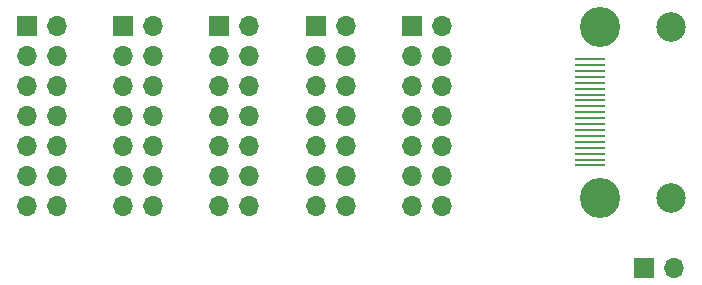
<source format=gbs>
G04 #@! TF.GenerationSoftware,KiCad,Pcbnew,(6.0.0)*
G04 #@! TF.CreationDate,2022-01-24T22:50:09+01:00*
G04 #@! TF.ProjectId,PUTM_EV_Front_Box_2022,5055544d-5f45-4565-9f46-726f6e745f42,rev?*
G04 #@! TF.SameCoordinates,Original*
G04 #@! TF.FileFunction,Soldermask,Bot*
G04 #@! TF.FilePolarity,Negative*
%FSLAX46Y46*%
G04 Gerber Fmt 4.6, Leading zero omitted, Abs format (unit mm)*
G04 Created by KiCad (PCBNEW (6.0.0)) date 2022-01-24 22:50:09*
%MOMM*%
%LPD*%
G01*
G04 APERTURE LIST*
%ADD10R,1.700000X1.700000*%
%ADD11O,1.700000X1.700000*%
%ADD12R,2.600000X0.280000*%
%ADD13C,3.400000*%
%ADD14C,2.500000*%
G04 APERTURE END LIST*
D10*
X84725000Y-145000000D03*
D11*
X87265000Y-145000000D03*
X84725000Y-147540000D03*
X87265000Y-147540000D03*
X84725000Y-150080000D03*
X87265000Y-150080000D03*
X84725000Y-152620000D03*
X87265000Y-152620000D03*
X84725000Y-155160000D03*
X87265000Y-155160000D03*
X84725000Y-157700000D03*
X87265000Y-157700000D03*
X84725000Y-160240000D03*
X87265000Y-160240000D03*
D10*
X104350000Y-165500000D03*
D11*
X106890000Y-165500000D03*
D10*
X68375000Y-145000000D03*
D11*
X70915000Y-145000000D03*
X68375000Y-147540000D03*
X70915000Y-147540000D03*
X68375000Y-150080000D03*
X70915000Y-150080000D03*
X68375000Y-152620000D03*
X70915000Y-152620000D03*
X68375000Y-155160000D03*
X70915000Y-155160000D03*
X68375000Y-157700000D03*
X70915000Y-157700000D03*
X68375000Y-160240000D03*
X70915000Y-160240000D03*
D10*
X52075000Y-145000000D03*
D11*
X54615000Y-145000000D03*
X52075000Y-147540000D03*
X54615000Y-147540000D03*
X52075000Y-150080000D03*
X54615000Y-150080000D03*
X52075000Y-152620000D03*
X54615000Y-152620000D03*
X52075000Y-155160000D03*
X54615000Y-155160000D03*
X52075000Y-157700000D03*
X54615000Y-157700000D03*
X52075000Y-160240000D03*
X54615000Y-160240000D03*
D10*
X76525000Y-145000000D03*
D11*
X79065000Y-145000000D03*
X76525000Y-147540000D03*
X79065000Y-147540000D03*
X76525000Y-150080000D03*
X79065000Y-150080000D03*
X76525000Y-152620000D03*
X79065000Y-152620000D03*
X76525000Y-155160000D03*
X79065000Y-155160000D03*
X76525000Y-157700000D03*
X79065000Y-157700000D03*
X76525000Y-160240000D03*
X79065000Y-160240000D03*
D10*
X60225000Y-145000000D03*
D11*
X62765000Y-145000000D03*
X60225000Y-147540000D03*
X62765000Y-147540000D03*
X60225000Y-150080000D03*
X62765000Y-150080000D03*
X60225000Y-152620000D03*
X62765000Y-152620000D03*
X60225000Y-155160000D03*
X62765000Y-155160000D03*
X60225000Y-157700000D03*
X62765000Y-157700000D03*
X60225000Y-160240000D03*
X62765000Y-160240000D03*
D12*
X99800000Y-156800000D03*
X99800000Y-156300000D03*
X99800000Y-155800000D03*
X99800000Y-155300000D03*
X99800000Y-154800000D03*
X99800000Y-154300000D03*
X99800000Y-153800000D03*
X99800000Y-153300000D03*
X99800000Y-152800000D03*
X99800000Y-152300000D03*
X99800000Y-151800000D03*
X99800000Y-151300000D03*
X99800000Y-150800000D03*
X99800000Y-150300000D03*
X99800000Y-149800000D03*
X99800000Y-149300000D03*
X99800000Y-148800000D03*
X99800000Y-148300000D03*
X99800000Y-147800000D03*
D13*
X100600000Y-145050000D03*
X100600000Y-159550000D03*
D14*
X106600000Y-145050000D03*
X106600000Y-159550000D03*
M02*

</source>
